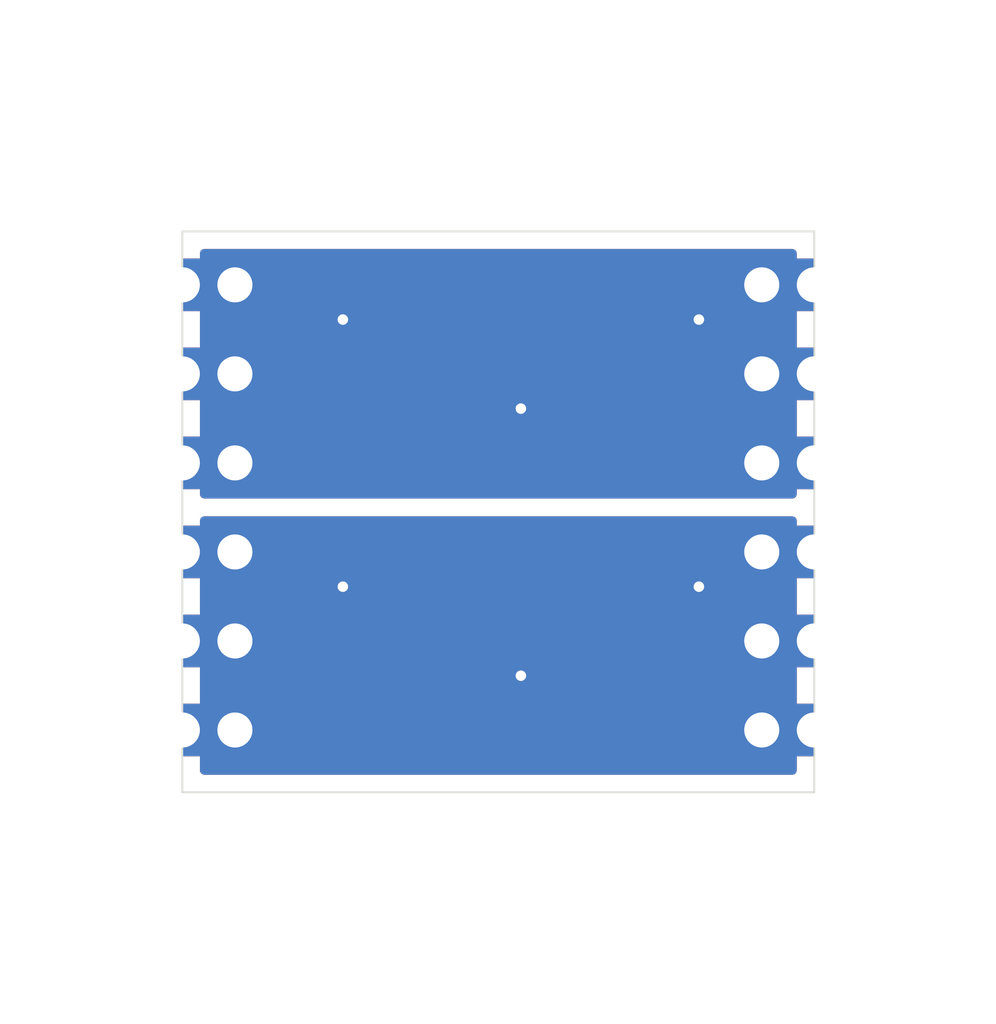
<source format=kicad_pcb>
(kicad_pcb (version 20240108) (generator "pcbnew") (generator_version "8.0")
  (layers (0 "F.Cu" signal) (31 "B.Cu" signal) (34 "B.Paste" user) (35 "F.Paste" user) (36 "B.SilkS" user "B.Silkscreen") (37 "F.SilkS" user "F.Silkscreen") (38 "B.Mask" user) (39 "F.Mask" user) (44 "Edge.Cuts" user))
  (net 0 "")
  (net 1 "Net-(J1-Pin_1)")
  (net 2 "Net-(J4-Pin_1)")
  (footprint "Castellated_Holes:Castellated_Hole02" (layer "F.Cu") (at 76.2 43.942)
    (property "Reference" "J2" (hide yes))
    (property "Value" "Conn_01x01" (hide yes))
    (pad "1" thru_hole rect (at 0 0) (size 2.25 1.5) (drill 1 (offset 1.125 0)) (property pad_prop_castellated) (layers "*.Cu" "*.Mask") (net 1 "Net-(J1-Pin_1)"))
    (pad "1" thru_hole circle (at 1.5 0) (size 1.5 1.5) (drill 1) (property pad_prop_castellated) (layers "*.Cu" "*.Mask") (net 1 "Net-(J1-Pin_1)"))
  )
  (footprint "Castellated_Holes:Castellated_Hole02" (layer "F.Cu") (at 94.234 43.942 180)
    (property "Reference" "J11" (hide yes))
    (property "Value" "Conn_01x01" (hide yes))
    (pad "1" thru_hole rect (at 0 0 180) (size 2.25 1.5) (drill 1 (offset 1.125 0)) (property pad_prop_castellated) (layers "*.Cu" "*.Mask") (net 1 "Net-(J1-Pin_1)"))
    (pad "1" thru_hole circle (at 1.5 0 180) (size 1.5 1.5) (drill 1) (property pad_prop_castellated) (layers "*.Cu" "*.Mask") (net 1 "Net-(J1-Pin_1)"))
  )
  (footprint "Castellated_Holes:Castellated_Hole02" (layer "F.Cu") (at 76.2 46.482)
    (property "Reference" "J3" (hide yes))
    (property "Value" "Conn_01x01" (hide yes))
    (pad "1" thru_hole rect (at 0 0) (size 2.25 1.5) (drill 1 (offset 1.125 0)) (property pad_prop_castellated) (layers "*.Cu" "*.Mask") (net 1 "Net-(J1-Pin_1)"))
    (pad "1" thru_hole circle (at 1.5 0) (size 1.5 1.5) (drill 1) (property pad_prop_castellated) (layers "*.Cu" "*.Mask") (net 1 "Net-(J1-Pin_1)"))
  )
  (footprint "PCM_kikit:Tab" (layer "F.Cu") (at 92.456 39.624 -90)
    (property "Reference" "T2" (hide yes))
    (property "Value" "Tab")
  )
  (footprint "PCM_kikit:Tab" (layer "F.Cu") (at 77.978 39.624 -90)
    (property "Reference" "T1" (hide yes))
    (property "Value" "Tab")
  )
  (footprint "Castellated_Holes:Castellated_Hole02" (layer "F.Cu") (at 94.234 46.482 180)
    (property "Reference" "J10" (hide yes))
    (property "Value" "Conn_01x01" (hide yes))
    (pad "1" thru_hole rect (at 0 0 180) (size 2.25 1.5) (drill 1 (offset 1.125 0)) (property pad_prop_castellated) (layers "*.Cu" "*.Mask") (net 1 "Net-(J1-Pin_1)"))
    (pad "1" thru_hole circle (at 1.5 0 180) (size 1.5 1.5) (drill 1) (property pad_prop_castellated) (layers "*.Cu" "*.Mask") (net 1 "Net-(J1-Pin_1)"))
  )
  (footprint "Castellated_Holes:Castellated_Hole02" (layer "F.Cu") (at 76.2 51.562)
    (property "Reference" "J4" (hide yes))
    (property "Value" "Conn_01x01" (hide yes))
    (pad "1" thru_hole rect (at 0 0) (size 2.25 1.5) (drill 1 (offset 1.125 0)) (property pad_prop_castellated) (layers "*.Cu" "*.Mask") (net 2 "Net-(J4-Pin_1)"))
    (pad "1" thru_hole circle (at 1.5 0) (size 1.5 1.5) (drill 1) (property pad_prop_castellated) (layers "*.Cu" "*.Mask") (net 2 "Net-(J4-Pin_1)"))
  )
  (footprint "Castellated_Holes:Castellated_Hole02" (layer "F.Cu") (at 76.2 49.022)
    (property "Reference" "J5" (hide yes))
    (property "Value" "Conn_01x01" (hide yes))
    (pad "1" thru_hole rect (at 0 0) (size 2.25 1.5) (drill 1 (offset 1.125 0)) (property pad_prop_castellated) (layers "*.Cu" "*.Mask") (net 2 "Net-(J4-Pin_1)"))
    (pad "1" thru_hole circle (at 1.5 0) (size 1.5 1.5) (drill 1) (property pad_prop_castellated) (layers "*.Cu" "*.Mask") (net 2 "Net-(J4-Pin_1)"))
  )
  (footprint "Castellated_Holes:Castellated_Hole02" (layer "F.Cu") (at 94.234 41.402 180)
    (property "Reference" "J12" (hide yes))
    (property "Value" "Conn_01x01" (hide yes))
    (pad "1" thru_hole rect (at 0 0 180) (size 2.25 1.5) (drill 1 (offset 1.125 0)) (property pad_prop_castellated) (layers "*.Cu" "*.Mask") (net 1 "Net-(J1-Pin_1)"))
    (pad "1" thru_hole circle (at 1.5 0 180) (size 1.5 1.5) (drill 1) (property pad_prop_castellated) (layers "*.Cu" "*.Mask") (net 1 "Net-(J1-Pin_1)"))
  )
  (footprint "Castellated_Holes:Castellated_Hole02" (layer "F.Cu") (at 94.234 54.102 180)
    (property "Reference" "J9" (hide yes))
    (property "Value" "Conn_01x01" (hide yes))
    (pad "1" thru_hole rect (at 0 0 180) (size 2.25 1.5) (drill 1 (offset 1.125 0)) (property pad_prop_castellated) (layers "*.Cu" "*.Mask") (net 2 "Net-(J4-Pin_1)"))
    (pad "1" thru_hole circle (at 1.5 0 180) (size 1.5 1.5) (drill 1) (property pad_prop_castellated) (layers "*.Cu" "*.Mask") (net 2 "Net-(J4-Pin_1)"))
  )
  (footprint "PCM_kikit:Tab" (layer "F.Cu") (at 77.978 56.134 90)
    (property "Reference" "T3" (hide yes))
    (property "Value" "Tab")
  )
  (footprint "Castellated_Holes:Castellated_Hole02" (layer "F.Cu") (at 94.234 49.022 180)
    (property "Reference" "J7" (hide yes))
    (property "Value" "Conn_01x01" (hide yes))
    (pad "1" thru_hole rect (at 0 0 180) (size 2.25 1.5) (drill 1 (offset 1.125 0)) (property pad_prop_castellated) (layers "*.Cu" "*.Mask") (net 2 "Net-(J4-Pin_1)"))
    (pad "1" thru_hole circle (at 1.5 0 180) (size 1.5 1.5) (drill 1) (property pad_prop_castellated) (layers "*.Cu" "*.Mask") (net 2 "Net-(J4-Pin_1)"))
  )
  (footprint "Castellated_Holes:Castellated_Hole02" (layer "F.Cu") (at 94.234 51.562 180)
    (property "Reference" "J8" (hide yes))
    (property "Value" "Conn_01x01" (hide yes))
    (pad "1" thru_hole rect (at 0 0 180) (size 2.25 1.5) (drill 1 (offset 1.125 0)) (property pad_prop_castellated) (layers "*.Cu" "*.Mask") (net 2 "Net-(J4-Pin_1)"))
    (pad "1" thru_hole circle (at 1.5 0 180) (size 1.5 1.5) (drill 1) (property pad_prop_castellated) (layers "*.Cu" "*.Mask") (net 2 "Net-(J4-Pin_1)"))
  )
  (footprint "Castellated_Holes:Castellated_Hole02" (layer "F.Cu") (at 76.2 54.102)
    (property "Reference" "J6" (hide yes))
    (property "Value" "Conn_01x01" (hide yes))
    (pad "1" thru_hole rect (at 0 0) (size 2.25 1.5) (drill 1 (offset 1.125 0)) (property pad_prop_castellated) (layers "*.Cu" "*.Mask") (net 2 "Net-(J4-Pin_1)"))
    (pad "1" thru_hole circle (at 1.5 0) (size 1.5 1.5) (drill 1) (property pad_prop_castellated) (layers "*.Cu" "*.Mask") (net 2 "Net-(J4-Pin_1)"))
  )
  (footprint "PCM_kikit:Tab" (layer "F.Cu") (at 92.456 56.154 90)
    (property "Reference" "T4" (hide yes))
    (property "Value" "Tab")
  )
  (footprint "Castellated_Holes:Castellated_Hole02" (layer "F.Cu") (at 76.2 41.402)
    (property "Reference" "J1" (hide yes))
    (property "Value" "Conn_01x01" (hide yes))
    (pad "1" thru_hole rect (at 0 0) (size 2.25 1.5) (drill 1 (offset 1.125 0)) (property pad_prop_castellated) (layers "*.Cu" "*.Mask") (net 1 "Net-(J1-Pin_1)"))
    (pad "1" thru_hole circle (at 1.5 0) (size 1.5 1.5) (drill 1) (property pad_prop_castellated) (layers "*.Cu" "*.Mask") (net 1 "Net-(J1-Pin_1)"))
  )
  (gr_rect (start 76.2 39.878) (end 94.234 55.88) (stroke (width 0.05)) (fill none) (layer "Edge.Cuts"))
  (segment (start 77.7 41.402) (end 77.7 46.482) (width 0.2) (layer "F.Cu") (net 1))
  (segment (start 92.734 41.402) (end 92.734 46.482) (width 0.2) (layer "F.Cu") (net 1))
  (segment (start 92.734 43.942) (end 77.7 43.942) (width 0.2) (layer "F.Cu") (net 1))
  (segment (start 77.7 46.482) (end 92.734 46.482) (width 0.2) (layer "F.Cu") (net 1))
  (segment (start 77.7 41.402) (end 92.734 41.402) (width 0.2) (layer "F.Cu") (net 1))
  (via (at 80.78 42.393) (size 0.6) (drill 0.3) (layers "F.Cu" "B.Cu") (net 1))
  (via (at 90.94 42.393) (size 0.6) (drill 0.3) (layers "F.Cu" "B.Cu") (net 1))
  (via (at 85.86 44.933) (size 0.6) (drill 0.3) (layers "F.Cu" "B.Cu") (net 1))
  (segment (start 77.7 54.102) (end 92.734 54.102) (width 0.2) (layer "F.Cu") (net 2))
  (segment (start 77.7 49.022) (end 92.734 49.022) (width 0.2) (layer "F.Cu") (net 2))
  (segment (start 77.7 49.022) (end 77.7 54.102) (width 0.2) (layer "F.Cu") (net 2))
  (segment (start 92.734 51.562) (end 77.7 51.562) (width 0.2) (layer "F.Cu") (net 2))
  (segment (start 92.734 49.022) (end 92.734 54.102) (width 0.2) (layer "F.Cu") (net 2))
  (via (at 85.86 52.553) (size 0.6) (drill 0.3) (layers "F.Cu" "B.Cu") (net 2))
  (via (at 80.78 50.013) (size 0.6) (drill 0.3) (layers "F.Cu" "B.Cu") (net 2))
  (via (at 90.94 50.013) (size 0.6) (drill 0.3) (layers "F.Cu" "B.Cu") (net 2))
  (zone (net 1) (net_name "Net-(J1-Pin_1)") (layers "F&B.Cu") (connect_pads yes (clearance 0.5)) (min_thickness 0.25) (fill yes (thermal_gap 0.5) (thermal_bridge_width 0.5))
    (polygon (pts (xy 76.2 39.878) (xy 94.234 39.878) (xy 94.234 47.498) (xy 76.2 47.498)))
  )
  (zone (net 2) (net_name "Net-(J4-Pin_1)") (layers "F&B.Cu") (priority 1) (connect_pads yes (clearance 0.5)) (min_thickness 0.25) (fill yes (thermal_gap 0.5) (thermal_bridge_width 0.5))
    (polygon (pts (xy 94.234 48.006) (xy 76.2 48.006) (xy 76.2 55.88) (xy 94.234 55.88)))
  )
)
</source>
